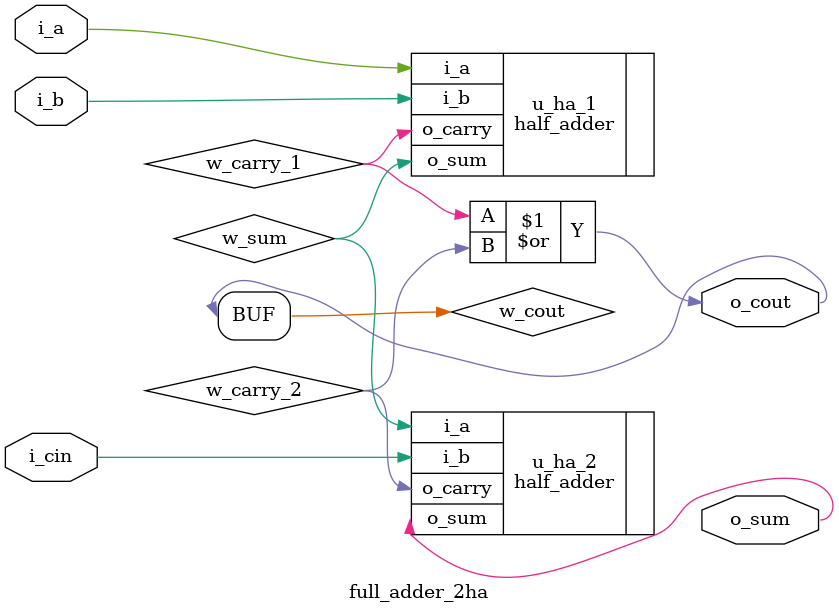
<source format=v>
module full_adder_2ha (
    input   wire        i_a,
    input   wire        i_b,
    input   wire        i_cin,
    output  wire        o_sum,
    output  wire        o_cout
);

wire  w_sum;
wire  w_carry_1, w_carry_2;

half_adder      u_ha_1
(
    .i_a        (i_a        ),
    .i_b        (i_b        ),
    .o_sum      (w_sum      ),
    .o_carry    (w_carry_1  )
);

half_adder      u_ha_2
(
    .i_a        (w_sum     ),
    .i_b        (i_cin      ),
    .o_sum      (o_sum      ),
    .o_carry    (w_carry_2  )
);

wire  w_cout = w_carry_1 | w_carry_2;
assign  o_cout = w_cout;

endmodule
</source>
